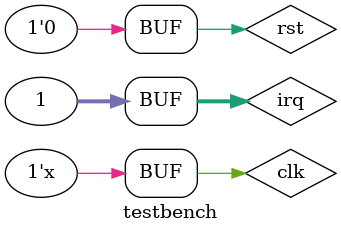
<source format=v>
`include "defines.v"

`define HALF_CYC 2.5
`define QUA_CYC 1.25
`define CYC	5

module dll(
	input enable,
	input clkin,
	output reg clkout
);
always @(*)
begin
#`QUA_CYC clkout <= enable ? clkin : 0;
end
endmodule

module testbench();

reg 	  clk;
reg 	  rst;
reg[31:0] irq;

wire 	  ram_cs;
wire 	  ram_clk;
wire 	  ram_rwds;
wire[7:0] ram_adq;

system testbench(
	.clk	 (clk),
	.rst	 (rst),
	.irq	 (irq),
	.ram_cs	 (ram_cs),
	.ram_clk (ram_clk),
	.ram_adq (ram_adq),
	.ram_rwds(ram_rwds)
);

always #`HALF_CYC clk = !clk;

initial
begin
	clk = 0;
	rst = 1;
	irq = 0;
	#250 rst = 0;
	#`HALF_CYC;
	#125000;
	irq = 1;
end

W958D8NBYA mem(
	.adq(ram_adq),
	.clk(ram_clk),
	.clk_n(1'b0),
	.csb(ram_cs),		
	.rwds(ram_rwds),
	.resetb(~rst),
	.VSS(1'b0),
	.VCC(1'b1)
); 

endmodule

</source>
